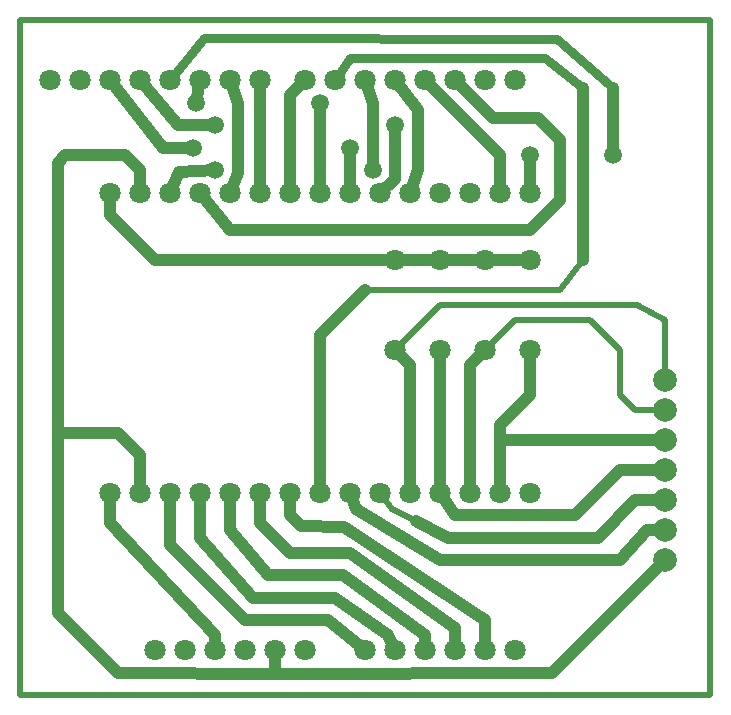
<source format=gtl>
%TF.GenerationSoftware,KiCad,Pcbnew,6.0.0-rc1-unknown-5cb2641142~116~ubuntu20.04.1*%
%TF.CreationDate,2021-12-06T17:50:32+01:00*%
%TF.ProjectId,CARTE_ESP32_TFT,43415254-455f-4455-9350-33325f544654,rev?*%
%TF.SameCoordinates,PX678e028PY7445a00*%
%TF.FileFunction,Copper,L1,Top*%
%TF.FilePolarity,Positive*%
%FSLAX46Y46*%
G04 Gerber Fmt 4.6, Leading zero omitted, Abs format (unit mm)*
G04 Created by KiCad (PCBNEW 6.0.0-rc1-unknown-5cb2641142~116~ubuntu20.04.1) date 2021-12-06 17:50:32*
%MOMM*%
%LPD*%
G01*
G04 APERTURE LIST*
%TA.AperFunction,Profile*%
%ADD10C,0.500000*%
%TD*%
%TA.AperFunction,ComponentPad*%
%ADD11C,1.800000*%
%TD*%
%TA.AperFunction,ComponentPad*%
%ADD12C,1.998980*%
%TD*%
%TA.AperFunction,ViaPad*%
%ADD13C,1.500000*%
%TD*%
%TA.AperFunction,Conductor*%
%ADD14C,1.000000*%
%TD*%
%TA.AperFunction,Conductor*%
%ADD15C,0.500000*%
%TD*%
%TA.AperFunction,Conductor*%
%ADD16C,0.750000*%
%TD*%
G04 APERTURE END LIST*
D10*
X0Y0D02*
X58420000Y0D01*
X58420000Y0D02*
X58420000Y57150000D01*
X58420000Y57150000D02*
X0Y57150000D01*
X0Y57150000D02*
X0Y0D01*
D11*
X39370000Y29210000D03*
X39370000Y36830000D03*
D12*
X54610000Y21590000D03*
D11*
X11430000Y3810000D03*
X13970000Y3810000D03*
X16510000Y3810000D03*
X19050000Y3810000D03*
X21590000Y3810000D03*
X24130000Y3810000D03*
X29210000Y3810000D03*
X31750000Y3810000D03*
X34290000Y3810000D03*
X36830000Y3810000D03*
X39370000Y3810000D03*
X41910000Y3810000D03*
X41910000Y52070000D03*
X39370000Y52070000D03*
X36830000Y52070000D03*
X34290000Y52070000D03*
X31750000Y52070000D03*
X29210000Y52070000D03*
X26670000Y52070000D03*
X24130000Y52070000D03*
X20320000Y52070000D03*
X17780000Y52070000D03*
X15240000Y52070000D03*
X12700000Y52070000D03*
X10160000Y52070000D03*
X7620000Y52070000D03*
X5080000Y52070000D03*
X2540000Y52070000D03*
D12*
X54610000Y24130000D03*
X54610000Y11430000D03*
X54610000Y16510000D03*
D11*
X43180000Y29210000D03*
X43180000Y36830000D03*
D12*
X54610000Y13970000D03*
X54610000Y19050000D03*
D11*
X31750000Y36830000D03*
X31750000Y29210000D03*
D12*
X54610000Y26670000D03*
D11*
X35560000Y29210000D03*
X35560000Y36830000D03*
X7620000Y42545000D03*
X10160000Y42545000D03*
X12700000Y42545000D03*
X15240000Y42545000D03*
X17780000Y42545000D03*
X20320000Y42545000D03*
X22860000Y42545000D03*
X25400000Y42545000D03*
X27940000Y42545000D03*
X30480000Y42545000D03*
X33020000Y42545000D03*
X35560000Y42545000D03*
X38100000Y42545000D03*
X40640000Y42545000D03*
X43180000Y42545000D03*
X43180000Y17145000D03*
X40640000Y17145000D03*
X38100000Y17145000D03*
X35560000Y17145000D03*
X33020000Y17145000D03*
X30480000Y17145000D03*
X27940000Y17145000D03*
X25400000Y17145000D03*
X22860000Y17145000D03*
X20320000Y17145000D03*
X17780000Y17145000D03*
X15240000Y17145000D03*
X12700000Y17145000D03*
X10160000Y17145000D03*
X7620000Y17145000D03*
D13*
X29845000Y44450000D03*
X16510000Y44450000D03*
X14859000Y50165000D03*
X25400000Y50165000D03*
X43180000Y45720000D03*
X50165000Y45720000D03*
X31750000Y48260000D03*
X16510000Y48260000D03*
X27940000Y46355000D03*
X14605000Y46355000D03*
D14*
X53086000Y13970000D02*
X54610000Y13970000D01*
X27940000Y17145000D02*
X28448000Y15748000D01*
X35560000Y11430000D02*
X50800000Y11430000D01*
X28448000Y15748000D02*
X35560000Y11430000D01*
X50800000Y11430000D02*
X53086000Y13970000D01*
X11430000Y36830000D02*
X31750000Y36830000D01*
X31750000Y36830000D02*
X35560000Y36830000D01*
X7620000Y42545000D02*
X7620000Y40640000D01*
X39370000Y36830000D02*
X43180000Y36830000D01*
X35560000Y36830000D02*
X39370000Y36830000D01*
X7620000Y40640000D02*
X11430000Y36830000D01*
X48895000Y13335000D02*
X52070000Y16510000D01*
X36195000Y13335000D02*
X48895000Y13335000D01*
D15*
X31496000Y15748000D02*
X33509857Y14713857D01*
X30480000Y17145000D02*
X31496000Y15748000D01*
D14*
X33509857Y14713857D02*
X36195000Y13335000D01*
X52070000Y16510000D02*
X54610000Y16510000D01*
X40640000Y20320000D02*
X40640000Y22860000D01*
X40640000Y22860000D02*
X43180000Y25400000D01*
X54610000Y21590000D02*
X40640000Y21590000D01*
X40640000Y20320000D02*
X40640000Y17145000D01*
X43180000Y25400000D02*
X43180000Y29210000D01*
X17780000Y42545000D02*
X18415000Y44196000D01*
X18415000Y50165000D02*
X17780000Y52070000D01*
X18415000Y44196000D02*
X18415000Y50165000D01*
X36830000Y5715000D02*
X27940000Y12065000D01*
X27940000Y12065000D02*
X22860000Y12065000D01*
X22860000Y12065000D02*
X20320000Y14605000D01*
X20320000Y14605000D02*
X20320000Y17145000D01*
X36830000Y3810000D02*
X36830000Y5715000D01*
X27305000Y10160000D02*
X34290000Y5080000D01*
X17780000Y17145000D02*
X17780000Y13970000D01*
X17780000Y13970000D02*
X20955000Y10160000D01*
X34290000Y5080000D02*
X34290000Y3810000D01*
X20955000Y10160000D02*
X27305000Y10160000D01*
X27432000Y14224000D02*
X23749000Y14351000D01*
X23749000Y14351000D02*
X22860000Y15240000D01*
X39370000Y6350000D02*
X27432000Y14224000D01*
X39370000Y3810000D02*
X39370000Y6350000D01*
X22860000Y15240000D02*
X22860000Y17145000D01*
X20320000Y42545000D02*
X20320000Y52070000D01*
X19685000Y8255000D02*
X15240000Y13335000D01*
X15240000Y13335000D02*
X15240000Y17145000D01*
X31115000Y5080000D02*
X26670000Y8255000D01*
X31750000Y3810000D02*
X31115000Y5080000D01*
X26670000Y8255000D02*
X19685000Y8255000D01*
X16510000Y5080000D02*
X16510000Y3810000D01*
X7620000Y17145000D02*
X7620000Y14605000D01*
X7620000Y14605000D02*
X16510000Y5080000D01*
X15240000Y42545000D02*
X17780000Y39370000D01*
X43815000Y48895000D02*
X40005000Y48895000D01*
X45720000Y41910000D02*
X45720000Y46990000D01*
X45720000Y46990000D02*
X43815000Y48895000D01*
X43180000Y39370000D02*
X45720000Y41910000D01*
X40005000Y48895000D02*
X36830000Y52070000D01*
X17780000Y39370000D02*
X43180000Y39370000D01*
X40640000Y45720000D02*
X40640000Y42545000D01*
X34290000Y52070000D02*
X40640000Y45720000D01*
X33655000Y49530000D02*
X33655000Y44450000D01*
X33655000Y44450000D02*
X33020000Y42545000D01*
X31750000Y52070000D02*
X33655000Y49530000D01*
X29845000Y50165000D02*
X29210000Y52070000D01*
X16510000Y44450000D02*
X13462000Y44323000D01*
X29845000Y44450000D02*
X29845000Y50165000D01*
X13462000Y44323000D02*
X12700000Y42545000D01*
X21590000Y3810000D02*
X21590000Y1778000D01*
X21590000Y1778000D02*
X44450000Y1841500D01*
X45021500Y1841500D02*
X54610000Y11430000D01*
X10160000Y42545000D02*
X10160000Y44450000D01*
X3175000Y22225000D02*
X3175000Y6985000D01*
X3175000Y6985000D02*
X8255000Y1905000D01*
X44450000Y1841500D02*
X45021500Y1841500D01*
X3175000Y45085000D02*
X3175000Y22225000D01*
X8255000Y1905000D02*
X21590000Y1778000D01*
X10160000Y20320000D02*
X10160000Y17145000D01*
X10160000Y44450000D02*
X8890000Y45720000D01*
X3810000Y45720000D02*
X3175000Y45085000D01*
X8255000Y22225000D02*
X10160000Y20320000D01*
X8890000Y45720000D02*
X3810000Y45720000D01*
X3175000Y22225000D02*
X8255000Y22225000D01*
D16*
X44450000Y53975000D02*
X47625000Y51435000D01*
X26670000Y52070000D02*
X27940000Y53975000D01*
D14*
X47625000Y51435000D02*
X47625000Y36830000D01*
X25400000Y30480000D02*
X25400000Y17145000D01*
D15*
X47625000Y36830000D02*
X45720000Y34290000D01*
D16*
X27940000Y53975000D02*
X44450000Y53975000D01*
D15*
X45720000Y34290000D02*
X29210000Y34290000D01*
D14*
X29210000Y34290000D02*
X25400000Y30480000D01*
X22860000Y50800000D02*
X24130000Y52070000D01*
X22860000Y42545000D02*
X22860000Y50800000D01*
X38100000Y27940000D02*
X39370000Y29210000D01*
D15*
X50800000Y29210000D02*
X50800000Y25400000D01*
D14*
X38100000Y17145000D02*
X38100000Y27940000D01*
D15*
X52070000Y24130000D02*
X54610000Y24130000D01*
X48260000Y31750000D02*
X50800000Y29210000D01*
X41910000Y31750000D02*
X48260000Y31750000D01*
X39370000Y29210000D02*
X41910000Y31750000D01*
X50800000Y25400000D02*
X52070000Y24130000D01*
D14*
X19050000Y6350000D02*
X26035000Y6350000D01*
X12700000Y17145000D02*
X12700000Y12700000D01*
X12700000Y12700000D02*
X19050000Y6350000D01*
X26035000Y6350000D02*
X29210000Y3810000D01*
X25400000Y50165000D02*
X25400000Y42545000D01*
X15240000Y52070000D02*
X14859000Y50165000D01*
X43180000Y45720000D02*
X43180000Y42545000D01*
X50165000Y51435000D02*
X50165000Y45720000D01*
D16*
X45423667Y55583667D02*
X50165000Y51435000D01*
X15526886Y55593114D02*
X45423667Y55583667D01*
X12700000Y52070000D02*
X15526886Y55593114D01*
D14*
X16510000Y48260000D02*
X13335000Y48260000D01*
X13335000Y48260000D02*
X10160000Y52070000D01*
X31750000Y43688000D02*
X30480000Y42545000D01*
X31750000Y48260000D02*
X31750000Y43688000D01*
X12065000Y46355000D02*
X7620000Y52070000D01*
X27940000Y42545000D02*
X27940000Y46355000D01*
X14605000Y46355000D02*
X12065000Y46355000D01*
X46990000Y15240000D02*
X50800000Y19050000D01*
X36830000Y15240000D02*
X46990000Y15240000D01*
X50800000Y19050000D02*
X54610000Y19050000D01*
X35560000Y17145000D02*
X36830000Y15240000D01*
X35560000Y29210000D02*
X35560000Y17145000D01*
D15*
X31750000Y29210000D02*
X35560000Y33020000D01*
X52228750Y33020000D02*
X54610000Y31750000D01*
D14*
X33020000Y27940000D02*
X31750000Y29210000D01*
D15*
X54610000Y31750000D02*
X54610000Y26670000D01*
D14*
X33020000Y17145000D02*
X33020000Y27940000D01*
D15*
X35560000Y33020000D02*
X52228750Y33020000D01*
M02*

</source>
